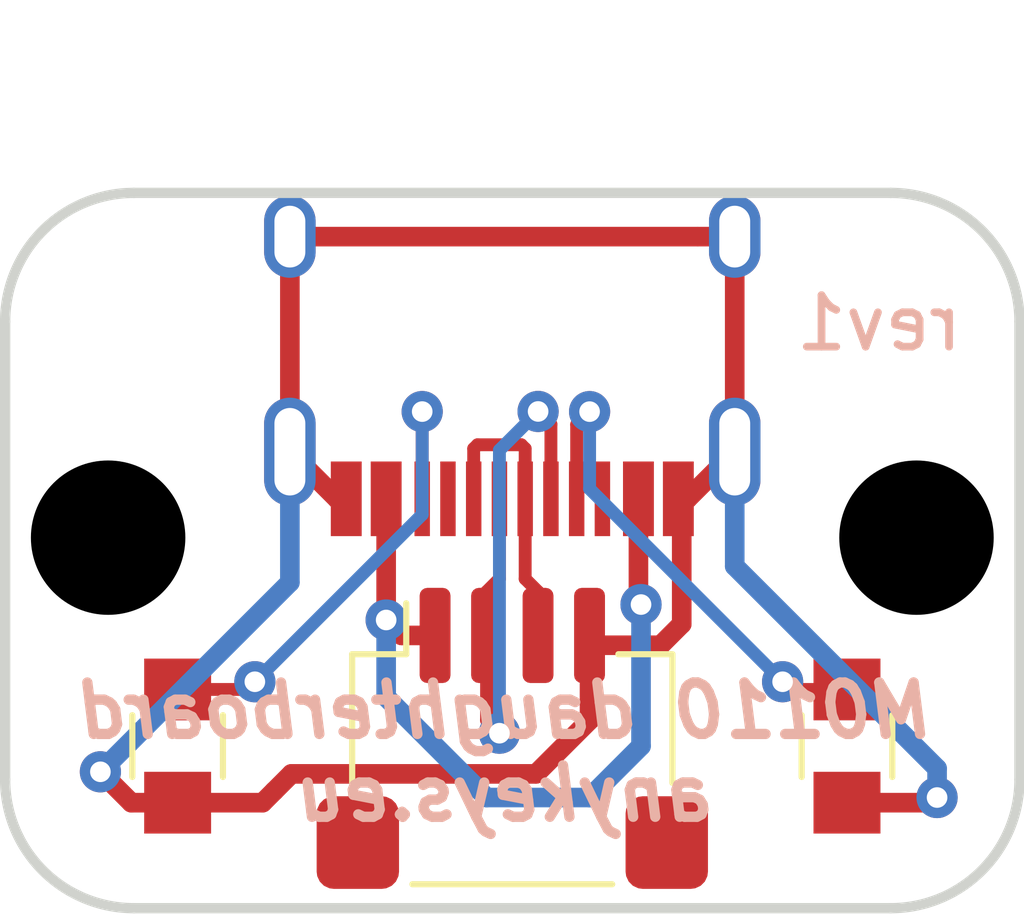
<source format=kicad_pcb>
(kicad_pcb (version 20211014) (generator pcbnew)
  (layers (0 "F.Cu" signal) (31 "B.Cu" signal) (34 "B.Paste" user) (35 "F.Paste" user) (36 "B.SilkS" user "B.Silkscreen") (37 "F.SilkS" user "F.Silkscreen") (38 "B.Mask" user) (39 "F.Mask" user) (44 "Edge.Cuts" user))
  (net 0 "")
  (net 1 "D+")
  (net 2 "GND")
  (net 3 "D-")
  (net 4 "VCC")
  (net 5 "Net-(J1-Pad10)")
  (net 6 "Net-(J1-Pad4)")
  (net 7 "Net-(J1-Pad3)")
  (net 8 "Net-(J1-Pad9)")
  (footprint "footprints:hole" (layer "F.Cu") (at 2 -7.2)
    (fp_text reference "REF**" hide)
    (fp_text value "hole" hide)
    (pad "" np_thru_hole circle locked (at 0 0) (size 3 3) (drill 3) (layers *.Mask))
  )
  (footprint "footprints:hole" (layer "F.Cu") (at 17.7 -7.2)
    (fp_text reference "REF**" hide)
    (fp_text value "hole" hide)
    (pad "" np_thru_hole circle locked (at 0 0) (size 3 3) (drill 3) (layers *.Mask))
  )
  (footprint "Keeb_components:R_0805" (layer "F.Cu") (at 16.35 -3.15 -90)
    (fp_text reference "R2" hide)
    (fp_text value "5.1k" hide)
    (fp_line (start 0.6 0.88) (end -0.6 0.88) (layer "F.SilkS") (width 0.12))
    (fp_line (start -0.6 -0.88) (end 0.6 -0.88) (layer "F.SilkS") (width 0.12))
    (pad "1" smd rect locked (at -1.1 0 270) (size 1.2 1.3) (layers "F.Cu" "F.Paste" "F.Mask") (net 6 "Net-(J1-Pad4)"))
    (pad "2" smd rect locked (at 1.1 0 270) (size 1.2 1.3) (layers "F.Cu" "F.Paste" "F.Mask") (net 2 "GND"))
  )
  (footprint "Keeb_components:R_0805" (layer "F.Cu") (at 3.35 -3.15 -90)
    (fp_text reference "R1" hide)
    (fp_text value "5.1k" hide)
    (fp_line (start 0.6 0.88) (end -0.6 0.88) (layer "F.SilkS") (width 0.12))
    (fp_line (start -0.6 -0.88) (end 0.6 -0.88) (layer "F.SilkS") (width 0.12))
    (pad "1" smd rect locked (at -1.1 0 270) (size 1.2 1.3) (layers "F.Cu" "F.Paste" "F.Mask") (net 5 "Net-(J1-Pad10)"))
    (pad "2" smd rect locked (at 1.1 0 270) (size 1.2 1.3) (layers "F.Cu" "F.Paste" "F.Mask") (net 2 "GND"))
  )
  (footprint "Keeb_components:JST_SH_SM04B-SRSS-TB_1x04-1MP_P1.00mm_Horizontal" (layer "F.Cu") (at 9.85 -3.15)
    (fp_text reference "J2" hide)
    (fp_text value "Conn_01x04" hide)
    (fp_line (start 3.11 0.715) (end 3.11 -1.785) (layer "F.SilkS") (width 0.12))
    (fp_line (start -1.94 2.685) (end 1.94 2.685) (layer "F.SilkS") (width 0.12))
    (fp_line (start -3.11 -1.785) (end -2.06 -1.785) (layer "F.SilkS") (width 0.12))
    (fp_line (start -2.06 -1.785) (end -2.06 -2.775) (layer "F.SilkS") (width 0.12))
    (fp_line (start -3.11 0.715) (end -3.11 -1.785) (layer "F.SilkS") (width 0.12))
    (fp_line (start 3.11 -1.785) (end 2.06 -1.785) (layer "F.SilkS") (width 0.12))
    (pad "1" smd roundrect locked (at -1.5 -2.15) (size 0.6 1.85) (layers "F.Cu" "F.Paste" "F.Mask") (net 4 "VCC"))
    (pad "2" smd roundrect locked (at -0.5 -2.15) (size 0.6 1.85) (layers "F.Cu" "F.Paste" "F.Mask") (net 3 "D-"))
    (pad "3" smd roundrect locked (at 0.5 -2.15) (size 0.6 1.85) (layers "F.Cu" "F.Paste" "F.Mask") (net 1 "D+"))
    (pad "4" smd roundrect locked (at 1.5 -2.15) (size 0.6 1.85) (layers "F.Cu" "F.Paste" "F.Mask") (net 2 "GND"))
    (pad "MP" smd roundrect locked (at -3 1.875) (size 1.6 1.8) (layers "F.Cu" "F.Paste" "F.Mask") (roundrect_rratio 0.208))
    (pad "MP" smd roundrect locked (at 3 1.875) (size 1.6 1.8) (layers "F.Cu" "F.Paste" "F.Mask") (roundrect_rratio 0.208))
  )
  (footprint "Keeb_components:HRO-TYPE-C-31-M-12" (layer "F.Cu") (at 9.85 -15.65 180)
    (fp_text reference "J1")
    (fp_text value "HRO-TYPE-C-31-M-12")
    (pad "" np_thru_hole circle locked (at 2.89 -6.25 180) (size 0.65 0.65) (drill 0.65) (layers *.Cu *.Mask))
    (pad "" np_thru_hole circle locked (at -2.89 -6.25 180) (size 0.65 0.65) (drill 0.65) (layers *.Cu *.Mask))
    (pad "1" smd rect locked (at -3.225 -7.695 180) (size 0.6 1.45) (layers "F.Cu" "F.Paste" "F.Mask") (net 2 "GND"))
    (pad "2" smd rect locked (at -2.45 -7.695 180) (size 0.6 1.45) (layers "F.Cu" "F.Paste" "F.Mask") (net 4 "VCC"))
    (pad "3" smd rect locked (at -1.75 -7.695 180) (size 0.3 1.45) (layers "F.Cu" "F.Paste" "F.Mask") (net 7 "Net-(J1-Pad3)"))
    (pad "4" smd rect locked (at -1.25 -7.695 180) (size 0.3 1.45) (layers "F.Cu" "F.Paste" "F.Mask") (net 6 "Net-(J1-Pad4)"))
    (pad "5" smd rect locked (at -0.75 -7.695 180) (size 0.3 1.45) (layers "F.Cu" "F.Paste" "F.Mask") (net 3 "D-"))
    (pad "6" smd rect locked (at -0.25 -7.695 180) (size 0.3 1.45) (layers "F.Cu" "F.Paste" "F.Mask") (net 1 "D+"))
    (pad "7" smd rect locked (at 0.25 -7.695 180) (size 0.3 1.45) (layers "F.Cu" "F.Paste" "F.Mask") (net 3 "D-"))
    (pad "8" smd rect locked (at 0.75 -7.695 180) (size 0.3 1.45) (layers "F.Cu" "F.Paste" "F.Mask") (net 1 "D+"))
    (pad "9" smd rect locked (at 1.25 -7.695 180) (size 0.3 1.45) (layers "F.Cu" "F.Paste" "F.Mask") (net 8 "Net-(J1-Pad9)"))
    (pad "10" smd rect locked (at 1.75 -7.695 180) (size 0.3 1.45) (layers "F.Cu" "F.Paste" "F.Mask") (net 5 "Net-(J1-Pad10)"))
    (pad "11" smd rect locked (at 2.45 -7.695 180) (size 0.6 1.45) (layers "F.Cu" "F.Paste" "F.Mask") (net 4 "VCC"))
    (pad "12" smd rect locked (at 3.225 -7.695 180) (size 0.6 1.45) (layers "F.Cu" "F.Paste" "F.Mask") (net 2 "GND"))
    (pad "13" thru_hole oval locked (at -4.32 -6.78 180) (size 1 2.1) (drill oval 0.6 1.7) (layers *.Cu *.Mask) (net 2 "GND"))
    (pad "13" thru_hole oval locked (at 4.32 -2.6 180) (size 1 1.6) (drill oval 0.6 1.2) (layers *.Cu *.Mask) (net 2 "GND"))
    (pad "13" thru_hole oval locked (at -4.32 -2.6 180) (size 1 1.6) (drill oval 0.6 1.2) (layers *.Cu *.Mask) (net 2 "GND"))
    (pad "13" thru_hole oval locked (at 4.32 -6.78 180) (size 1 2.1) (drill oval 0.6 1.7) (layers *.Cu *.Mask) (net 2 "GND"))
  )
  (gr_line (start 2.5 -13.9) (end 17.2 -13.9) (layer "Edge.Cuts") (width 0.2))
  (gr_line (start 17.2 0) (end 2.5 0) (layer "Edge.Cuts") (width 0.2))
  (gr_arc (start 17.2 -13.9) (mid 18.967767 -13.167767) (end 19.7 -11.4) (layer "Edge.Cuts") (width 0.2))
  (gr_arc (start 2.5 0) (mid 0.732233 -0.732233) (end 0 -2.5) (layer "Edge.Cuts") (width 0.2))
  (gr_arc (start 19.7 -2.5) (mid 18.967767 -0.732233) (end 17.2 0) (layer "Edge.Cuts") (width 0.2))
  (gr_line (start 19.7 -11.4) (end 19.7 -2.5) (layer "Edge.Cuts") (width 0.2))
  (gr_line (start 0 -2.5) (end 0 -11.4) (layer "Edge.Cuts") (width 0.2))
  (gr_arc (start -0.000001 -11.400001) (mid 0.732233 -13.167768) (end 2.5 -13.9) (layer "Edge.Cuts") (width 0.2))
  (gr_text "rev1" (at 18.668764 -11.367191) (layer "B.SilkS") (effects (font (size 1 1)) (justify left mirror)))
  (gr_text "M0110 daughterboard\nanykeys.eu" (at 9.739069 -3.032809) (layer "B.SilkS") (effects (font (size 1 1) (thickness 0.2) italic) (justify mirror)))
  (segment (start 10.1 -7.955) (end 10.1 -8.93) (width 0.25) (layer "F.Cu") (net 1))
  (segment (start 10.35 -6.15) (end 10.1 -6.4) (width 0.25) (layer "F.Cu") (net 1))
  (segment (start 10.024999 -9.005001) (end 9.175001 -9.005001) (width 0.25) (layer "F.Cu") (net 1))
  (segment (start 10.35 -5.3) (end 10.35 -6.15) (width 0.25) (layer "F.Cu") (net 1))
  (segment (start 10.1 -6.4) (end 10.1 -7.955) (width 0.25) (layer "F.Cu") (net 1))
  (segment (start 9.175001 -9.005001) (end 9.1 -8.93) (width 0.25) (layer "F.Cu") (net 1))
  (segment (start 10.1 -8.93) (end 10.024999 -9.005001) (width 0.25) (layer "F.Cu") (net 1))
  (segment (start 9.1 -8.93) (end 9.1 -7.955) (width 0.25) (layer "F.Cu") (net 1))
  (segment (start 3.35 -2.05) (end 5 -2.05) (width 0.381) (layer "F.Cu") (net 2))
  (segment (start 13.075 -7.955) (end 13.255 -7.955) (width 0.381) (layer "F.Cu") (net 2))
  (segment (start 14.17 -8.87) (end 14.17 -13.05) (width 0.381) (layer "F.Cu") (net 2))
  (segment (start 5.559499 -2.609499) (end 5.225 -2.275) (width 0.381) (layer "F.Cu") (net 2))
  (segment (start 5.53 -13.05) (end 5.53 -8.87) (width 0.381) (layer "F.Cu") (net 2))
  (segment (start 3.35 -2.05) (end 2.45 -2.05) (width 0.381) (layer "F.Cu") (net 2))
  (segment (start 6.809499 -2.609499) (end 5.559499 -2.609499) (width 0.381) (layer "F.Cu") (net 2))
  (segment (start 13.255 -7.955) (end 14.17 -8.87) (width 0.381) (layer "F.Cu") (net 2))
  (segment (start 13.140501 -7.889499) (end 13.140501 -5.520559) (width 0.381) (layer "F.Cu") (net 2))
  (segment (start 10.309499 -2.609499) (end 11.35 -3.65) (width 0.381) (layer "F.Cu") (net 2))
  (segment (start 11.540501 -5.109499) (end 11.35 -5.3) (width 0.381) (layer "F.Cu") (net 2))
  (segment (start 6.625 -7.955) (end 6.445 -7.955) (width 0.381) (layer "F.Cu") (net 2))
  (segment (start 12.729441 -5.109499) (end 11.540501 -5.109499) (width 0.381) (layer "F.Cu") (net 2))
  (segment (start 6.809499 -2.609499) (end 10.309499 -2.609499) (width 0.381) (layer "F.Cu") (net 2))
  (segment (start 13.075 -7.955) (end 13.140501 -7.889499) (width 0.381) (layer "F.Cu") (net 2))
  (segment (start 5.53 -13.05) (end 13.45 -13.05) (width 0.381) (layer "F.Cu") (net 2))
  (segment (start 6.445 -7.955) (end 5.53 -8.87) (width 0.381) (layer "F.Cu") (net 2))
  (segment (start 5 -2.05) (end 5.225 -2.275) (width 0.381) (layer "F.Cu") (net 2))
  (segment (start 13.45 -13.05) (end 14.17 -13.05) (width 0.381) (layer "F.Cu") (net 2))
  (segment (start 13.140501 -5.520559) (end 12.729441 -5.109499) (width 0.381) (layer "F.Cu") (net 2))
  (segment (start 11.35 -5.3) (end 11.35 -3.65) (width 0.381) (layer "F.Cu") (net 2))
  (segment (start 16.35 -2.05) (end 18 -2.05) (width 0.381) (layer "F.Cu") (net 2))
  (segment (start 18 -2.05) (end 18.1 -2.15) (width 0.381) (layer "F.Cu") (net 2))
  (segment (start 2.45 -2.05) (end 1.85 -2.65) (width 0.381) (layer "F.Cu") (net 2))
  (via (at 18.1 -2.15) (size 0.8) (drill 0.4) (layers "F.Cu" "B.Cu") (net 2))
  (via (at 1.85 -2.65) (size 0.8) (drill 0.4) (layers "F.Cu" "B.Cu") (net 2))
  (segment (start 18.1 -2.15) (end 18.1 -2.715685) (width 0.381) (layer "B.Cu") (net 2))
  (segment (start 14.17 -6.645685) (end 14.17 -8.87) (width 0.381) (layer "B.Cu") (net 2))
  (segment (start 18.1 -2.715685) (end 14.17 -6.645685) (width 0.381) (layer "B.Cu") (net 2))
  (segment (start 5.53 -6.33) (end 5.53 -8.87) (width 0.381) (layer "B.Cu") (net 2))
  (segment (start 1.85 -2.65) (end 5.53 -6.33) (width 0.381) (layer "B.Cu") (net 2))
  (segment (start 9.35 -5.3) (end 9.35 -3.65) (width 0.25) (layer "F.Cu") (net 3))
  (segment (start 9.35 -5.3) (end 9.35 -6.15) (width 0.25) (layer "F.Cu") (net 3))
  (segment (start 9.6 -6.4) (end 9.6 -7.955) (width 0.25) (layer "F.Cu") (net 3))
  (segment (start 9.35 -6.15) (end 9.6 -6.4) (width 0.25) (layer "F.Cu") (net 3))
  (segment (start 10.351236 -9.652454) (end 10.6 -9.40369) (width 0.25) (layer "F.Cu") (net 3))
  (segment (start 9.35 -3.65) (end 9.6 -3.4) (width 0.25) (layer "F.Cu") (net 3))
  (segment (start 10.6 -9.40369) (end 10.6 -7.955) (width 0.25) (layer "F.Cu") (net 3))
  (via (at 9.6 -3.4) (size 0.8) (drill 0.4) (layers "F.Cu" "B.Cu") (net 3))
  (via (at 10.351236 -9.652454) (size 0.8) (drill 0.4) (layers "F.Cu" "B.Cu") (net 3))
  (segment (start 9.6 -3.4) (end 9.6 -8.901218) (width 0.25) (layer "B.Cu") (net 3))
  (segment (start 9.6 -8.901218) (end 10.351236 -9.652454) (width 0.25) (layer "B.Cu") (net 3))
  (segment (start 12.3 -7.955) (end 12.3 -5.95) (width 0.381) (layer "F.Cu") (net 4))
  (segment (start 7.4 -5.6) (end 7.4 -7.955) (width 0.381) (layer "F.Cu") (net 4))
  (segment (start 7.7 -5.3) (end 7.4 -5.6) (width 0.381) (layer "F.Cu") (net 4))
  (segment (start 12.3 -5.95) (end 12.35 -5.9) (width 0.381) (layer "F.Cu") (net 4))
  (segment (start 8.35 -5.3) (end 7.7 -5.3) (width 0.381) (layer "F.Cu") (net 4))
  (via (at 12.35 -5.9) (size 0.8) (drill 0.4) (layers "F.Cu" "B.Cu") (net 4))
  (via (at 7.4 -5.6) (size 0.8) (drill 0.4) (layers "F.Cu" "B.Cu") (net 4))
  (segment (start 12.35 -3.15) (end 11.35 -2.15) (width 0.381) (layer "B.Cu") (net 4))
  (segment (start 9.35 -2.15) (end 7.4 -4.1) (width 0.381) (layer "B.Cu") (net 4))
  (segment (start 7.4 -4.1) (end 7.4 -5.6) (width 0.381) (layer "B.Cu") (net 4))
  (segment (start 12.35 -5.9) (end 12.35 -3.15) (width 0.381) (layer "B.Cu") (net 4))
  (segment (start 11.35 -2.15) (end 9.35 -2.15) (width 0.381) (layer "B.Cu") (net 4))
  (segment (start 8.1 -7.955) (end 8.1 -9.65) (width 0.25) (layer "F.Cu") (net 5))
  (segment (start 3.35 -4.25) (end 4.7 -4.25) (width 0.25) (layer "F.Cu") (net 5))
  (segment (start 4.7 -4.25) (end 4.85 -4.4) (width 0.25) (layer "F.Cu") (net 5))
  (via (at 4.85 -4.4) (size 0.8) (drill 0.4) (layers "F.Cu" "B.Cu") (net 5))
  (via (at 8.1 -9.65) (size 0.8) (drill 0.4) (layers "F.Cu" "B.Cu") (net 5))
  (segment (start 8.1 -9.65) (end 8.1 -7.65) (width 0.25) (layer "B.Cu") (net 5))
  (segment (start 8.1 -7.65) (end 4.85 -4.4) (width 0.25) (layer "B.Cu") (net 5))
  (segment (start 16.35 -4.25) (end 15.25 -4.25) (width 0.25) (layer "F.Cu") (net 6))
  (segment (start 11.1 -7.955) (end 11.1 -9.397945) (width 0.25) (layer "F.Cu") (net 6))
  (segment (start 15.25 -4.25) (end 15.1 -4.4) (width 0.25) (layer "F.Cu") (net 6))
  (segment (start 11.1 -9.397945) (end 11.351232 -9.649177) (width 0.25) (layer "F.Cu") (net 6))
  (via (at 11.351232 -9.649177) (size 0.8) (drill 0.4) (layers "F.Cu" "B.Cu") (net 6))
  (via (at 15.1 -4.4) (size 0.8) (drill 0.4) (layers "F.Cu" "B.Cu") (net 6))
  (segment (start 11.351232 -8.148768) (end 15.1 -4.4) (width 0.25) (layer "B.Cu") (net 6))
  (segment (start 11.351232 -9.649177) (end 11.351232 -8.148768) (width 0.25) (layer "B.Cu") (net 6))
)
</source>
